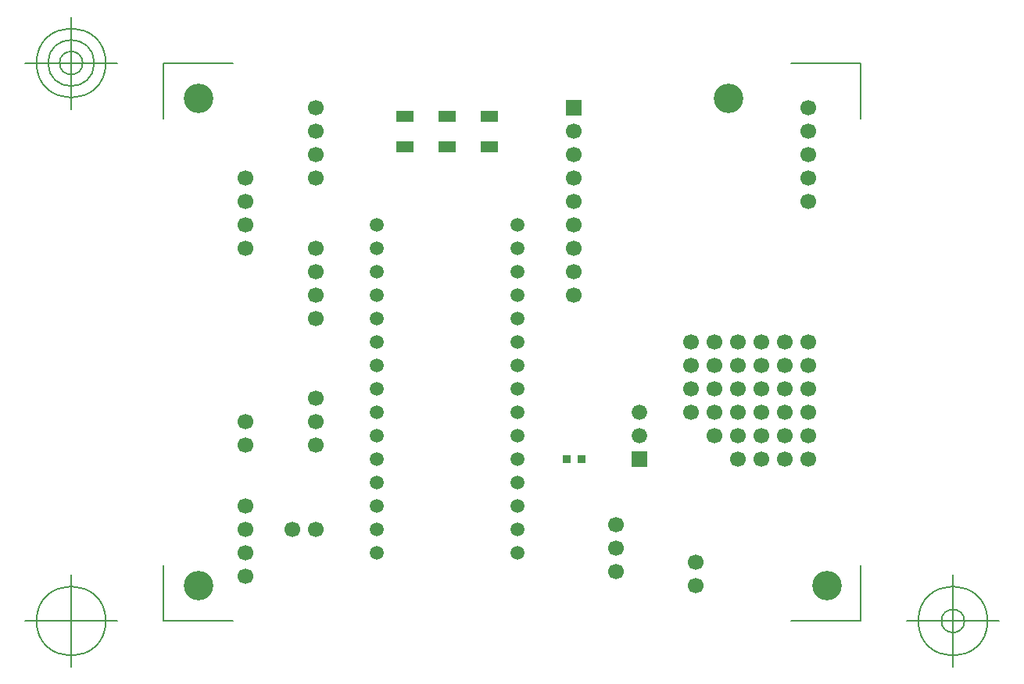
<source format=gbr>
G04 Generated by Ultiboard 14.2 *
%FSLAX34Y34*%
%MOMM*%

%ADD10C,0.0001*%
%ADD11C,0.1270*%
%ADD12C,3.2000*%
%ADD13R,0.9000X0.9500*%
%ADD14C,1.7000*%
%ADD15R,1.7000X1.7000*%
%ADD16C,1.5000*%
%ADD17R,1.8500X1.2000*%
%ADD18C,1.6764*%
%ADD19R,1.6764X1.6764*%


G04 ColorRGB FF00CC for the following layer *
%LNL_uc100f6tstoppmaske oben*%
%LPD*%
G54D10*
G54D11*
X-2540Y-2540D02*
X-2540Y57968D01*
X-2540Y-2540D02*
X72968Y-2540D01*
X752540Y-2540D02*
X677032Y-2540D01*
X752540Y-2540D02*
X752540Y57968D01*
X752540Y602540D02*
X752540Y542032D01*
X752540Y602540D02*
X677032Y602540D01*
X-2540Y602540D02*
X72968Y602540D01*
X-2540Y602540D02*
X-2540Y542032D01*
X-52540Y-2540D02*
X-152540Y-2540D01*
X-102540Y-52540D02*
X-102540Y47460D01*
X-140040Y-2540D02*
G75*
D01*
G02X-140040Y-2540I37500J0*
G01*
X802540Y-2540D02*
X902540Y-2540D01*
X852540Y-52540D02*
X852540Y47460D01*
X815040Y-2540D02*
G75*
D01*
G02X815040Y-2540I37500J0*
G01*
X840040Y-2540D02*
G75*
D01*
G02X840040Y-2540I12500J0*
G01*
X-52540Y602540D02*
X-152540Y602540D01*
X-102540Y552540D02*
X-102540Y652540D01*
X-140040Y602540D02*
G75*
D01*
G02X-140040Y602540I37500J0*
G01*
X-127540Y602540D02*
G75*
D01*
G02X-127540Y602540I25000J0*
G01*
X-115040Y602540D02*
G75*
D01*
G02X-115040Y602540I12500J0*
G01*
G54D12*
X35560Y35560D03*
X35560Y563880D03*
X716280Y35560D03*
X609600Y563880D03*
G54D13*
X433960Y172720D03*
X449960Y172720D03*
G54D14*
X441960Y528320D03*
X441960Y502920D03*
X441960Y477520D03*
X441960Y452120D03*
X441960Y426720D03*
X441960Y401320D03*
X441960Y375920D03*
X441960Y350520D03*
X695960Y452120D03*
X695960Y553720D03*
X695960Y528320D03*
X695960Y502920D03*
X695960Y477520D03*
X86360Y45720D03*
X86360Y71120D03*
X86360Y96520D03*
X86360Y121920D03*
X574040Y35560D03*
X574040Y60960D03*
X137160Y96520D03*
X162560Y96520D03*
X162560Y187960D03*
X162560Y213360D03*
X162560Y238760D03*
X86360Y187960D03*
X86360Y213360D03*
X162560Y325120D03*
X162560Y350520D03*
X162560Y375920D03*
X162560Y401320D03*
X86360Y477520D03*
X86360Y452120D03*
X86360Y426720D03*
X86360Y401320D03*
X162560Y477520D03*
X162560Y502920D03*
X162560Y528320D03*
X162560Y553720D03*
X487680Y50800D03*
X487680Y76200D03*
X487680Y101600D03*
X695960Y274320D03*
X670560Y274320D03*
X619760Y274320D03*
X645160Y274320D03*
X568960Y274320D03*
X594360Y274320D03*
X568960Y248920D03*
X594360Y248920D03*
X619760Y248920D03*
X645160Y248920D03*
X670560Y248920D03*
X695960Y248920D03*
X568960Y299720D03*
X594360Y299720D03*
X619760Y299720D03*
X645160Y299720D03*
X670560Y299720D03*
X695960Y299720D03*
X568960Y223520D03*
X594360Y223520D03*
X619760Y223520D03*
X645160Y223520D03*
X670560Y223520D03*
X695960Y223520D03*
X594360Y198120D03*
X619760Y198120D03*
X645160Y198120D03*
X670560Y198120D03*
X695960Y198120D03*
X619760Y172720D03*
X645160Y172720D03*
X670560Y172720D03*
X695960Y172720D03*
G54D15*
X441960Y553720D03*
G54D16*
X228600Y426720D03*
X228600Y401320D03*
X228600Y375920D03*
X228600Y350520D03*
X228600Y325120D03*
X228600Y299720D03*
X228600Y274320D03*
X228600Y248920D03*
X228600Y223520D03*
X228600Y198120D03*
X228600Y172720D03*
X228600Y147320D03*
X228600Y121920D03*
X228600Y96520D03*
X228600Y71120D03*
X381000Y426720D03*
X381000Y401320D03*
X381000Y375920D03*
X381000Y350520D03*
X381000Y325120D03*
X381000Y299720D03*
X381000Y274320D03*
X381000Y248920D03*
X381000Y223520D03*
X381000Y198120D03*
X381000Y172720D03*
X381000Y147320D03*
X381000Y121920D03*
X381000Y96520D03*
X381000Y71120D03*
G54D17*
X259080Y511820D03*
X259080Y544820D03*
X304800Y511820D03*
X304800Y544820D03*
X350520Y511820D03*
X350520Y544820D03*
G54D18*
X513080Y198120D03*
X513080Y223520D03*
G54D19*
X513080Y172720D03*

M02*

</source>
